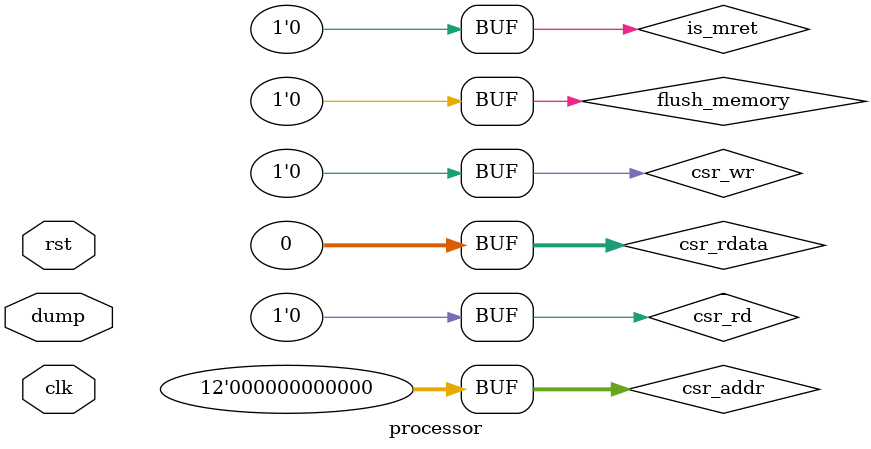
<source format=v>
`include "fetch.v"
`include "decode.v"
`include "execute.v"
`include "memory.v"
`include "writeback.v"
`include "hazard.v"
`include "MEM.v"
`include "CSR_RegFile.v"

module processor(clk,rst,dump);
input clk,rst,dump;

//fetch
wire [31:0] instrD, PCD, PCF, instrF;
reg flush_fetch;

//decode
wire RegWriteE,MemWriteE,PCBranchE,MemtoRegE, JALRctrlE; 
wire [1:0] SrcASelE,SrcBSelE;
wire [3:0] ALUopE;
wire [2:0] strCtrlE;
wire exception_decode;
wire [4:0] cause_decode;
wire [31:0] trap_val_decode;
reg flush_decode;

//execute
wire [4:0] rdE,rs1E,rs2E;
wire [31:0] immE,PCE,r1E,r2E;
reg flush_execute;

wire RegWriteM, MemWriteM, MemtoRegM, PCsrcE;
wire [2:0] strCtrlM;
wire [4:0] rdM;
wire [31:0] ALUoutM, PCplusImmE, r2M;

//memory
wire [31:0] ALUoutW, ReadDataW, mem_wdataM, mem_rdataM;
wire [4:0] rdW; 
wire MemtoRegW, RegWriteW;
wire [31:0] resultW, trap_val_mem;
wire [3:0] mem_wmaskM;
wire exception_mem;
wire [4:0] cause_mem;
reg flush_memory;

//hazard 
wire [1:0] ForwardAE,ForwardBE;
wire hazard_flush;

//csr
wire csr_wr = 0, csr_rd = 0, is_mret = 0;
wire epc_taken;
wire [11:0] csr_addr = 0;
wire [31:0] csr_rdata = 0;
wire [31:0] vector_pc;
reg [31:0] trap_val;

reg exception, interrupt = 0;
reg[4:0] cause;
CSR_RegFile CSRs(
    .clk(clk), 
    .rst(rst), 
    .csr_wr(csr_wr), 
    .csr_rd(csr_rd), 
    .is_mret(is_mret),
    .csr_addr(csr_addr),
    .wdata(resultW), 
    .PC(PCF), 
    .trap_val(trap_val),
    .exception(exception),
    .interrupt(interrupt), //vectored async interrupt
    .cause(cause),
    .epc_taken(epc_taken), //error pc taken or not
    .rdata(csr_rdata), 
    .next_pc(vector_pc)
);
always @ (*) begin
    if(epc_taken || rst) begin
        exception = 0;
        interrupt = 0; // have not implemented interrupt priority
        cause = 0;
    end
    else begin
        exception = exception_mem | exception_decode;
        if(exception_mem) begin
            cause = cause_mem;
            trap_val = trap_val_mem;
        end
        else if(exception_decode) begin
            cause = cause_decode;
            trap_val = trap_val_decode;
        end
    end
end

//flushing
always @ (*) begin
        flush_fetch <= hazard_flush;
        flush_decode <= hazard_flush;
        flush_execute <= hazard_flush;
        flush_memory <= 0;
end
    //exception => flush all 5 stages
    //even if previous instruction was a jump, if exception occurs that gets flushed
always @(negedge clk) begin
    if (exception) begin 
        flush_fetch=1;
        flush_decode=1;
        flush_execute=1;
        flush_memory=1;
    end
    else begin
        flush_fetch=0;
        flush_decode=0;
        flush_execute=0;
        flush_memory=0;
    end
end

MEM memory_file(clk,rst,MemWriteM,MemtoRegM,dump,mem_wmaskM,ALUoutM[31:0],PCF[31:0],
            mem_wdataM,mem_rdataM,instrF, exception_mem, cause_mem, trap_val_mem);

fetch fetch_unit(clk,rst,flush_fetch,epc_taken, vector_pc, PCsrcE,PCplusImmE,PCD, instrD, PCF, instrF);

decode decode_unit(clk,rst,flush_decode, instrD, PCD, RegWriteW, rdW, resultW, 
                strCtrlE, RegWriteE,MemWriteE, MemtoRegE, PCBranchE, 
                ALUopE, SrcASelE, SrcBSelE, immE, PCE, r1E, r2E, rdE, 
                JALRctrlE, rs1E, rs2E, exception_decode, cause_decode, trap_val_decode);

execute execute_unit(clk,rst,flush_execute,resultW, ForwardAE, ForwardBE, JALRctrlE,
                strCtrlE, RegWriteE, MemWriteE, MemtoRegE, PCBranchE, 
                ALUopE, SrcASelE, SrcBSelE, immE, PCE, r1E, r2E, rdE,
                strCtrlM, RegWriteM, MemWriteM, MemtoRegM,
                ALUoutM , PCplusImmE, rdM, r2M, PCsrcE);

memory memory_unit(clk, rst, flush_memory, strCtrlM, RegWriteM, MemtoRegM,
                ALUoutM, rdM, r2M, ALUoutW, ReadDataW, rdW, 
                MemtoRegW, RegWriteW, mem_wmaskM, mem_wdataM,
                mem_rdataM);

writeback writeback_unit( ALUoutW, ReadDataW, MemtoRegW,resultW);

hazard hazard_unit(clk,rst,PCsrcE, RegWriteM, RegWriteW, rdM, rdW, rs1E, rs2E, 
                    ForwardAE, ForwardBE,hazard_flush);

endmodule
</source>
